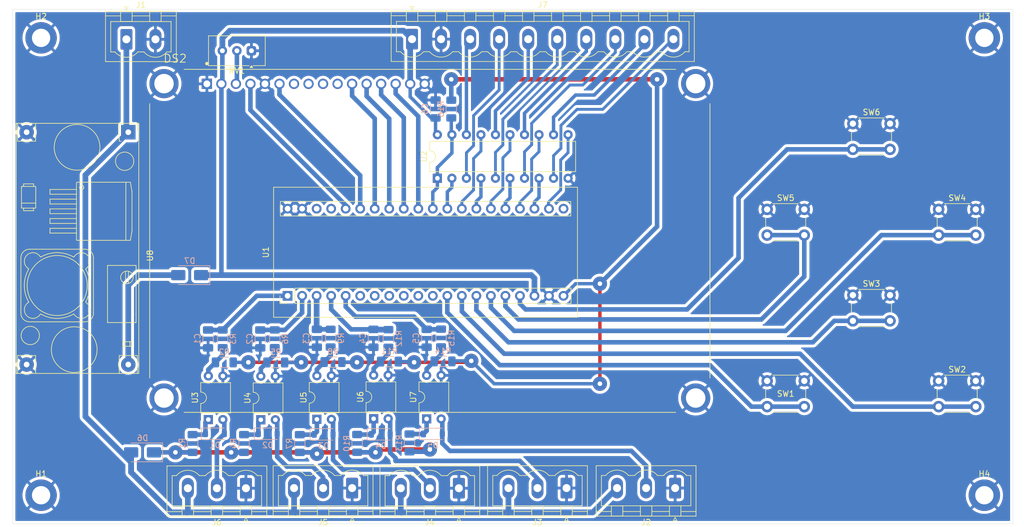
<source format=kicad_pcb>
(kicad_pcb (version 20240108) (generator "pcbnew") (generator_version "8.0")
  (layers (0 "F.Cu" signal) (31 "B.Cu" signal) (34 "B.Paste" user) (35 "F.Paste" user) (36 "B.SilkS" user "B.Silkscreen") (37 "F.SilkS" user "F.Silkscreen") (38 "B.Mask" user) (39 "F.Mask" user) (44 "Edge.Cuts" user))
  (net 0 "")
  (net 1 "GND")
  (net 2 "Net-(D1-A)")
  (net 3 "Net-(D1-K)")
  (net 4 "Net-(D2-A)")
  (net 5 "Net-(D2-K)")
  (net 6 "Net-(D3-K)")
  (net 7 "Net-(D3-A)")
  (net 8 "Net-(D4-A)")
  (net 9 "Net-(D4-K)")
  (net 10 "Net-(D5-K)")
  (net 11 "Net-(D5-A)")
  (net 12 "Net-(R2-Pad2)")
  (net 13 "Net-(R5-Pad2)")
  (net 14 "Net-(R8-Pad2)")
  (net 15 "Net-(R11-Pad2)")
  (net 16 "Net-(R14-Pad2)")
  (net 25 "Net-(D6-K)")
  (net 26 "in1")
  (net 27 "in2")
  (net 28 "in3")
  (net 29 "in4")
  (net 30 "in5")
  (net 31 "Net-(D6-A)")
  (net 32 "Net-(D7-A)")
  (net 33 "+5V")
  (net 34 "+3.3V")
  (net 35 "b1")
  (net 36 "b2")
  (net 37 "b3")
  (net 38 "b4")
  (net 39 "b5")
  (net 40 "b6")
  (net 41 "lcd7")
  (net 43 "lcdRS")
  (net 44 "Net-(DS2-V0)")
  (net 45 "lcd5")
  (net 46 "lcdE")
  (net 47 "lcd6")
  (net 50 "lcd4")
  (net 52 "OE_out")
  (net 53 "d2")
  (net 54 "d0")
  (net 55 "d6")
  (net 56 "d4")
  (net 57 "d1")
  (net 58 "d5")
  (net 59 "d7")
  (net 60 "d3")
  (net 61 "o2")
  (net 62 "o6")
  (net 63 "o0")
  (net 64 "o1")
  (net 65 "o7")
  (net 66 "o3")
  (net 67 "o4")
  (net 68 "o5")
  (net 69 "unconnected-(U1-3V3-Pad38)")
  (footprint "MountingHole:MountingHole_3.2mm_M3_ISO14580_Pad" (layer "F.Cu") (at 53.5 45)
    (property "Reference" "H2")
    (property "Value" "MountingHole_Pad")
  )
  (footprint "lcd20x4:LCD_LCD-20X4B" (layer "F.Cu") (at 121.5 80.5)
    (property "Reference" "DS2")
    (property "Value" "LCD-20X4B" (hide yes))
  )
  (footprint "Connector_Phoenix_MSTB:PhoenixContact_MSTBVA_2,5_10-G-5,08_1x10_P5.08mm_Vertical" (layer "F.Cu") (at 118.39 45.2225)
    (property "Reference" "J7")
    (property "Value" "Screw_Terminal_01x10")
  )
  (footprint "MountingHole:MountingHole_3.2mm_M3_ISO14580_Pad" (layer "F.Cu") (at 218.5 45)
    (property "Reference" "H3")
    (property "Value" "MountingHole_Pad")
  )
  (footprint "bluepill:YAAJ_BluePill_2" (layer "F.Cu") (at 96.62 90.12 90)
    (property "Reference" "U1")
    (property "Value" "YAAJ_BluePill_Part_Like" (hide yes))
  )
  (footprint "Package_DIP:DIP-4_W7.62mm" (layer "F.Cu") (at 101.741089 111.725504 90)
    (property "Reference" "U5")
    (property "Value" "PC817")
  )
  (footprint "MountingHole:MountingHole_3.2mm_M3_ISO14580_Pad" (layer "F.Cu") (at 53.5 125)
    (property "Reference" "H1")
    (property "Value" "MountingHole_Pad")
  )
  (footprint "Connector_Phoenix_MSTB:PhoenixContact_MSTBVA_2,5_3-G-5,08_1x03_P5.08mm_Vertical" (layer "F.Cu") (at 145.41 123.75 180)
    (property "Reference" "J3")
    (property "Value" "Screw_Terminal_01x03")
  )
  (footprint "MountingHole:MountingHole_3.2mm_M3_ISO14580_Pad" (layer "F.Cu") (at 218.5 125)
    (property "Reference" "H4")
    (property "Value" "MountingHole_Pad")
  )
  (footprint "Connector_Phoenix_MSTB:PhoenixContact_MSTBVA_2,5_2-G-5,08_1x02_P5.08mm_Vertical" (layer "F.Cu") (at 68.42 45.25)
    (property "Reference" "J1")
    (property "Value" "Screw_Terminal_01x02")
  )
  (footprint "Package_DIP:DIP-4_W7.62mm" (layer "F.Cu") (at 91.93678 111.8 90)
    (property "Reference" "U4")
    (property "Value" "PC817")
  )
  (footprint "Package_DIP:DIP-4_W7.62mm" (layer "F.Cu") (at 111.67178 111.62 90)
    (property "Reference" "U6")
    (property "Value" "PC817")
  )
  (footprint "Package_DIP:DIP-4_W7.62mm" (layer "F.Cu") (at 82.755605 111.762328 90)
    (property "Reference" "U3")
    (property "Value" "PC817")
  )
  (footprint "Connector_Phoenix_MSTB:PhoenixContact_MSTBVA_2,5_3-G-5,08_1x03_P5.08mm_Vertical" (layer "F.Cu") (at 107.91 123.75 180)
    (property "Reference" "J5")
    (property "Value" "Screw_Terminal_01x03")
  )
  (footprint "Button_Switch_THT:SW_PUSH_6mm_H5mm" (layer "F.Cu") (at 180.5 105)
    (property "Reference" "SW1")
    (property "Value" "SW_Omron_B3FS")
  )
  (footprint "Connector_Phoenix_MSTB:PhoenixContact_MSTBVA_2,5_3-G-5,08_1x03_P5.08mm_Vertical" (layer "F.Cu") (at 164.41 123.75 180)
    (property "Reference" "J2")
    (property "Value" "Screw_Terminal_01x03")
  )
  (footprint "Button_Switch_THT:SW_PUSH_6mm_H5mm" (layer "F.Cu") (at 210.5 75)
    (property "Reference" "SW4")
    (property "Value" "SW_Omron_B3FS")
  )
  (footprint "Button_Switch_THT:SW_PUSH_6mm_H5mm" (layer "F.Cu") (at 210.5 105)
    (property "Reference" "SW2")
    (property "Value" "SW_Omron_B3FS")
  )
  (footprint "Package_DIP:DIP-4_W7.62mm" (layer "F.Cu") (at 120.937793 111.652469 90)
    (property "Reference" "U7")
    (property "Value" "PC817")
  )
  (footprint "Package_DIP:CERDIP-20_W7.62mm_SideBrazed" (layer "F.Cu") (at 122.82 69.555 90)
    (property "Reference" "U2")
    (property "Value" "74HCT244")
  )
  (footprint "Potentiometer_THT:Potentiometer_Vishay_T93YA_Vertical" (layer "F.Cu") (at 90.29 47.25 180)
    (property "Reference" "RV1")
    (property "Value" "R_Potentiometer")
  )
  (footprint "YAAJ_DCDC_StepDown_LM2596:YAAJ_DCDC_StepDown_LM2596" (layer "F.Cu") (at 68.75 61.5 -90)
    (property "Reference" "U8")
    (property "Value" "YAAJ_DCDC_StepDown_LM2596")
  )
  (footprint "Connector_Phoenix_MSTB:PhoenixContact_MSTBVA_2,5_3-G-5,08_1x03_P5.08mm_Vertical" (layer "F.Cu") (at 126.58 123.7775 180)
    (property "Reference" "J4")
    (property "Value" "Screw_Terminal_01x03")
  )
  (footprint "Button_Switch_THT:SW_PUSH_6mm_H5mm" (layer "F.Cu") (at 195.5 60)
    (property "Reference" "SW6")
    (property "Value" "SW_Omron_B3FS")
  )
  (footprint "Button_Switch_THT:SW_PUSH_6mm_H5mm" (layer "F.Cu") (at 195.5 90)
    (property "Reference" "SW3")
    (property "Value" "SW_Omron_B3FS")
  )
  (footprint "Connector_Phoenix_MSTB:PhoenixContact_MSTBVA_2,5_3-G-5,08_1x03_P5.08mm_Vertical" (layer "F.Cu") (at 89.33 123.7775 180)
    (property "Reference" "J6")
    (property "Value" "Screw_Terminal_01x03")
  )
  (footprint "Button_Switch_THT:SW_PUSH_6mm_H5mm" (layer "F.Cu") (at 180.5 75)
    (property "Reference" "SW5")
    (property "Value" "SW_Omron_B3FS")
  )
  (footprint "Diode_SMD:D_SOD-123" (layer "B.Cu") (at 93.15 114.25)
    (property "Reference" "D2")
    (property "Value" "1N4148W" (hide yes))
  )
  (footprint "Resistor_SMD:R_1206_3216Metric_Pad1.30x1.75mm_HandSolder" (layer "B.Cu") (at 108.785083 115.931477 -90)
    (property "Reference" "R10")
    (property "Value" "R" (hide yes))
  )
  (footprint "Resistor_SMD:R_1206_3216Metric_Pad1.30x1.75mm_HandSolder" (layer "B.Cu") (at 123.808134 101.588032 180)
    (property "Reference" "R14")
    (property "Value" "R" (hide yes))
  )
  (footprint "Resistor_SMD:R_1206_3216Metric_Pad1.30x1.75mm_HandSolder" (layer "B.Cu") (at 89 115.95 -90)
    (property "Reference" "R4")
    (property "Value" "R" (hide yes))
  )
  (footprint "Resistor_SMD:R_1206_3216Metric_Pad1.30x1.75mm_HandSolder" (layer "B.Cu") (at 94.372962 97.635244 90)
    (property "Reference" "R6")
    (property "Value" "R" (hide yes))
  )
  (footprint "Capacitor_SMD:C_1206_3216Metric_Pad1.33x1.80mm_HandSolder" (layer "B.Cu") (at 122.5 57.4375 -90)
    (property "Reference" "C6")
    (property "Value" "C")
  )
  (footprint "Capacitor_SMD:C_1206_3216Metric_Pad1.33x1.80mm_HandSolder" (layer "B.Cu") (at 111.637024 97.550719 -90)
    (property "Reference" "C4")
    (property "Value" "C" (hide yes))
  )
  (footprint "Capacitor_SMD:C_1206_3216Metric_Pad1.33x1.80mm_HandSolder" (layer "B.Cu") (at 91.841972 97.657216 -90)
    (property "Reference" "C2")
    (property "Value" "C" (hide yes))
  )
  (footprint "Diode_SMD:D_SOD-123" (layer "B.Cu") (at 83.9 114.25)
    (property "Reference" "D1")
    (property "Value" "1N4148W" (hide yes))
  )
  (footprint "Resistor_SMD:R_1206_3216Metric_Pad1.30x1.75mm_HandSolder" (layer "B.Cu") (at 104.149368 97.529477 90)
    (property "Reference" "R9")
    (property "Value" "R" (hide yes))
  )
  (footprint "Resistor_SMD:R_1206_3216Metric_Pad1.30x1.75mm_HandSolder" (layer "B.Cu") (at 85.265539 97.644716 90)
    (property "Reference" "R3")
    (property "Value" "R" (hide yes))
  )
  (footprint "Resistor_SMD:R_1206_3216Metric_Pad1.30x1.75mm_HandSolder" (layer "B.Cu") (at 117.940423 115.843746 -90)
    (property "Reference" "R13")
    (property "Value" "R" (hide yes))
  )
  (footprint "Diode_SMD:D_SOD-123" (layer "B.Cu") (at 102.921293 114.356745)
    (property "Reference" "D3")
    (property "Value" "1N4148W" (hide yes))
  )
  (footprint "Diode_SMD:D_SMA" (layer "B.Cu") (at 71.25 117.5 180)
    (property "Reference" "D6")
    (property "Value" "SS14" (hide yes))
  )
  (footprint "Resistor_SMD:R_1206_3216Metric_Pad1.30x1.75mm_HandSolder" (layer "B.Cu") (at 85.553986 101.763029 180)
    (property "Reference" "R2")
    (property "Value" "R" (hide yes))
  )
  (footprint "Capacitor_SMD:C_1206_3216Metric_Pad1.33x1.80mm_HandSolder" (layer "B.Cu") (at 101.736994 97.540488 -90)
    (property "Reference" "C3")
    (property "Value" "C" (hide yes))
  )
  (footprint "Resistor_SMD:R_1206_3216Metric_Pad1.30x1.75mm_HandSolder" (layer "B.Cu") (at 104.55898 101.708454 180)
    (property "Reference" "R8")
    (property "Value" "R" (hide yes))
  )
  (footprint "Resistor_SMD:R_1206_3216Metric_Pad1.30x1.75mm_HandSolder" (layer "B.Cu") (at 80 115.95 -90)
    (property "Reference" "R1")
    (property "Value" "R" (hide yes))
  )
  (footprint "Resistor_SMD:R_1206_3216Metric_Pad1.30x1.75mm_HandSolder" (layer "B.Cu") (at 98.750087 115.957208 -90)
    (property "Reference" "R7")
    (property "Value" "R" (hide yes))
  )
  (footprint "Diode_SMD:D_SOD-123" (layer "B.Cu") (at 112.910534 114.352605)
    (property "Reference" "D4")
    (property "Value" "1N4148W" (hide yes))
  )
  (footprint "Resistor_SMD:R_1206_3216Metric_Pad1.30x1.75mm_HandSolder" (layer "B.Cu") (at 94.549506 101.780603 180)
    (property "Reference" "R5")
    (property "Value" "R" (hide yes))
  )
  (footprint "Diode_SMD:D_SMA" (layer "B.Cu") (at 79.5 86.5 180)
    (property "Reference" "D7")
    (property "Value" "SS14" (hide yes))
  )
  (footprint "Capacitor_SMD:C_1206_3216Metric_Pad1.33x1.80mm_HandSolder" (layer "B.Cu") (at 82.709255 97.657216 -90)
    (property "Reference" "C1")
    (property "Value" "C" (hide yes))
  )
  (footprint "Diode_SMD:D_SOD-123" (layer "B.Cu") (at 122.034845 114.280324)
    (property "Reference" "D5")
    (property "Value" "1N4148W" (hide yes))
  )
  (footprint "Resistor_SMD:R_1206_3216Metric_Pad1.30x1.75mm_HandSolder" (layer "B.Cu") (at 123.46178 97.5 90)
    (property "Reference" "R15")
    (property "Value" "R" (hide yes))
  )
  (footprint "Resistor_SMD:R_1206_3216Metric_Pad1.30x1.75mm_HandSolder" (layer "B.Cu") (at 114.25 97.585378 90)
    (property "Reference" "R12")
    (property "Value" "R" (hide yes))
  )
  (footprint "Resistor_SMD:R_1206_3216Metric_Pad1.30x1.75mm_HandSolder" (layer "B.Cu") (at 125.25 57.45 -90)
    (property "Reference" "R16")
    (property "Value" "R")
  )
  (footprint "Resistor_SMD:R_1206_3216Metric_Pad1.30x1.75mm_HandSolder" (layer "B.Cu") (at 114.439034 101.623394 180)
    (property "Reference" "R11")
    (property "Value" "R" (hide yes))
  )
  (footprint "Capacitor_SMD:C_1206_3216Metric_Pad1.33x1.80mm_HandSolder" (layer "B.Cu") (at 120.942738 97.540804 -90)
    (property "Reference" "C5")
    (property "Value" "C" (hide yes))
  )
  (gr_line (start 48.5 130) (end 223.5 130) (stroke (width 0.05)) (layer "Edge.Cuts"))
  (gr_line (start 223.5 40) (end 223.5 130) (stroke (width 0.05)) (layer "Edge.Cuts"))
  (gr_line (start 48.5 130) (end 48.5 40) (stroke (width 0.05)) (layer "Edge.Cuts"))
  (gr_line (start 48.5 40) (end 223.5 40) (stroke (width 0.05)) (layer "Edge.Cuts"))
  (segment (start 84.25 115.55) (end 85.55 114.25) (width 0.8) (layer "B.Cu") (net 2))
  (segment (start 85.295605 111.762328) (end 85.55 112.016723) (width 0.8) (layer "B.Cu") (net 2))
  (segment (start 85.55 112.016723) (end 85.55 114.25) (width 0.8) (layer "B.Cu") (net 2))
  (segment (start 84.25 123.7775) (end 84.25 115.55) (width 0.8) (layer "B.Cu") (net 2))
  (segment (start 80 114.4) (end 82.1 114.4) (width 0.8) (layer "B.Cu") (net 3))
  (segment (start 82.25 112.267933) (end 82.25 114.25) (width 0.8) (layer "B.Cu") (net 3))
  (segment (start 82.755605 111.762328) (end 82.25 112.267933) (width 0.8) (layer "B.Cu") (net 3))
  (segment (start 82.1 114.4) (end 82.25 114.25) (width 0.8) (layer "B.Cu") (net 3))
  (segment (start 94.8 112.12322) (end 94.8 114.25) (width 0.8) (layer "B.Cu") (net 4))
  (segment (start 94.8 118.3) (end 96.5 120) (width 0.8) (layer "B.Cu") (net 4))
  (segment (start 101 120) (end 102.83 121.83) (width 0.8) (layer "B.Cu") (net 4))
  (segment (start 94.47678 111.8) (end 94.8 112.12322) (width 0.8) (layer "B.Cu") (net 4))
  (segment (start 96.5 120) (end 101 120) (width 0.8) (layer "B.Cu") (net 4))
  (segment (start 102.83 121.83) (end 102.83 123.75) (width 0.8) (layer "B.Cu") (net 4))
  (segment (start 94.8 114.25) (end 94.8 118.3) (width 0.8) (layer "B.Cu") (net 4))
  (segment (start 91.35 114.4) (end 91.5 114.25) (width 0.8) (layer "B.Cu") (net 5))
  (segment (start 89 114.4) (end 91.35 114.4) (width 0.8) (layer "B.Cu") (net 5))
  (segment (start 91.93678 111.8) (end 91.5 112.23678) (width 0.8) (layer "B.Cu") (net 5))
  (segment (start 91.5 112.23678) (end 91.5 114.25) (width 0.8) (layer "B.Cu") (net 5))
  (segment (start 101.22083 114.407208) (end 101.271293 114.356745) (width 0.8) (layer "B.Cu") (net 6))
  (segment (start 101.741089 113.886949) (end 101.271293 114.356745) (width 0.8) (layer "B.Cu") (net 6))
  (segment (start 98.750087 114.407208) (end 101.22083 114.407208) (width 0.8) (layer "B.Cu") (net 6))
  (segment (start 101.741089 111.725504) (end 101.741089 113.886949) (width 0.8) (layer "B.Cu") (net 6))
  (segment (start 106.25 120.5) (end 104.571293 118.821293) (width 0.8) (layer "B.Cu") (net 7))
  (segment (start 104.571293 118.821293) (end 104.571293 114.356745) (width 0.8) (layer "B.Cu") (net 7))
  (segment (start 104.571293 112.015708) (end 104.571293 114.356745) (width 0.8) (layer "B.Cu") (net 7))
  (segment (start 118.75 120.5) (end 106.25 120.5) (width 0.8) (layer "B.Cu") (net 7))
  (segment (start 104.281089 111.725504) (end 104.571293 112.015708) (width 0.8) (layer "B.Cu") (net 7))
  (segment (start 121.5 123.25) (end 118.75 120.5) (width 0.8) (layer "B.Cu") (net 7))
  (segment (start 121.5 123.7775) (end 121.5 123.25) (width 0.8) (layer "B.Cu") (net 7))
  (segment (start 114.560534 117.560534) (end 114.560534 114.352605) (width 0.8) (layer "B.Cu") (net 8))
  (segment (start 140.33 122.08) (end 137.25 119) (width 0.8) (layer "B.Cu") (net 8))
  (segment (start 114.21178 111.62) (end 114.560534 111.968754) (width 0.8) (layer "B.Cu") (net 8))
  (segment (start 114.560534 111.968754) (end 114.560534 114.352605) (width 0.8) (layer "B.Cu") (net 8))
  (segment (start 137.25 119) (end 115.5 119) (width 0.8) (layer "B.Cu") (net 8))
  (segment (start 115.5 118.5) (end 114.560534 117.560534) (width 0.8) (layer "B.Cu") (net 8))
  (segment (start 115.5 119) (end 115.5 118.5) (width 0.8) (layer "B.Cu") (net 8))
  (segment (start 140.33 123.75) (end 140.33 122.08) (width 0.8) (layer "B.Cu") (net 8))
  (segment (start 111.67178 111.62) (end 111.67178 113.941359) (width 0.8) (layer "B.Cu") (net 9))
  (segment (start 111.231662 114.381477) (end 111.260534 114.352605) (width 0.8) (layer "B.Cu") (net 9))
  (segment (start 108.785083 114.381477) (end 111.231662 114.381477) (width 0.8) (layer "B.Cu") (net 9))
  (segment (start 111.67178 113.941359) (end 111.260534 114.352605) (width 0.8) (layer "B.Cu") (net 9))
  (segment (start 120.937793 113.727376) (end 120.384845 114.280324) (width 0.8) (layer "B.Cu") (net 10))
  (segment (start 120.937793 111.652469) (end 120.937793 113.727376) (width 0.8) (layer "B.Cu") (net 10))
  (segment (start 120.371423 114.293746) (end 120.384845 114.280324) (width 0.8) (layer "B.Cu") (net 10))
  (segment (start 117.940423 114.293746) (end 120.371423 114.293746) (width 0.8) (layer "B.Cu") (net 10))
  (segment (start 156.75 117.25) (end 125 117.25) (width 0.8) (layer "B.Cu") (net 11))
  (segment (start 125 117.25) (end 123.684845 115.934845) (width 0.8) (layer "B.Cu") (net 11))
  (segment (start 123.684845 111.859521) (end 123.684845 114.280324) (width 0.8) (layer "B.Cu") (net 11))
  (segment (start 159.33 123.75) (end 159.33 119.83) (width 0.8) (layer "B.Cu") (net 11))
  (segment (start 123.684845 115.934845) (end 123.684845 114.280324) (width 0.8) (layer "B.Cu") (net 11))
  (segment (start 159.33 119.83) (end 156.75 117.25) (width 0.8) (layer "B.Cu") (net 11))
  (segment (start 123.477793 111.652469) (end 123.684845 111.859521) (width 0.8) (layer "B.Cu") (net 11))
  (segment (start 82.755605 103.01141) (end 84.003986 101.763029) (width 0.8) (layer "B.Cu") (net 12))
  (segment (start 85.265539 100.501476) (end 84.003986 101.763029) (width 0.8) (layer "B.Cu") (net 12))
  (segment (start 85.265539 99.194716) (end 85.265539 100.501476) (width 0.8) (layer "B.Cu") (net 12))
  (segment (start 82.755605 104.142328) (end 82.755605 103.01141) (width 0.8) (layer "B.Cu") (net 12))
  (segment (start 91.93678 102.843329) (end 92.999506 101.780603) (width 0.8) (layer "B.Cu") (net 13))
  (segment (start 94.372962 100.407147) (end 92.999506 101.780603) (width 0.8) (layer "B.Cu") (net 13))
  (segment (start 94.372962 99.185244) (end 94.372962 100.407147) (width 0.8) (layer "B.Cu") (net 13))
  (segment (start 91.93678 104.18) (end 91.93678 102.843329) (width 0.8) (layer "B.Cu") (net 13))
  (segment (start 104.149368 99.079477) (end 104.149368 100.568066) (width 0.8) (layer "B.Cu") (net 14))
  (segment (start 101.741089 104.105504) (end 101.741089 102.976345) (width 0.8) (layer "B.Cu") (net 14))
  (segment (start 101.741089 102.976345) (end 103.00898 101.708454) (width 0.8) (layer "B.Cu") (net 14))
  (segment (start 104.149368 100.568066) (end 103.00898 101.708454) (width 0.8) (layer "B.Cu") (net 14))
  (segment (start 114.25 100.262428) (end 112.889034 101.623394) (width 0.8) (layer "B.Cu") (net 15))
  (segment (start 111.67178 102.840648) (end 112.889034 101.623394) (width 0.8) (layer "B.Cu") (net 15))
  (segment (start 111.67178 104) (end 111.67178 102.840648) (width 0.8) (layer "B.Cu") (net 15))
  (segment (start 114.25 99.135378) (end 114.25 100.262428) (width 0.8) (layer "B.Cu") (net 15))
  (segment (start 120.937793 102.908373) (end 122.258134 101.588032) (width 0.8) (layer "B.Cu") (net 16))
  (segment (start 120.937793 104.032469) (end 120.937793 102.908373) (width 0.8) (layer "B.Cu") (net 16))
  (segment (start 123.46178 100.384386) (end 122.258134 101.588032) (width 0.8) (layer "B.Cu") (net 16))
  (segment (start 123.46178 99.05) (end 123.46178 100.384386) (width 0.8) (layer "B.Cu") (net 16))
  (segment (start 101.5 117.5) (end 86.75 117.5) (width 0.8) (layer "F.Cu") (net 25))
  (segment (start 101.75 117.75) (end 101.5 117.5) (width 0.8) (layer "F.Cu") (net 25))
  (segment (start 112.5 117) (end 112 117.5) (width 0.8) (layer "F.Cu") (net 25))
  (segment (start 112 117.5) (end 102 117.5) (width 0.8) (layer "F.Cu") (net 25))
  (segment (start 121.5 117) (end 112.5 117) (width 0.8) (layer "F.Cu") (net 25))
  (segment (start 86.75 117.5) (end 77 117.5) (width 0.8) (layer "F.Cu") (net 25))
  (segment (start 102 117.5) (end 101.75 117.75) (width 0.8) (layer "F.Cu") (net 25))
  (via (at 77 117.5) (size 2.5) (drill 0.8) (layers "F.Cu" "B.Cu") (net 25))
  (via (at 112 117.5) (size 2.5) (drill 0.8) (layers "F.Cu" "B.Cu") (net 25))
  (via (at 101.75 117.75) (size 2.5) (drill 0.8) (layers "F.Cu" "B.Cu") (net 25))
  (via (at 86.75 117.5) (size 2.5) (drill 0.8) (layers "F.Cu" "B.Cu") (net 25))
  (via (at 121.5 117) (size 2.5) (drill 0.8) (layers "F.Cu" "B.Cu") (net 25))
  (segment (start 108.785083 117.481477) (end 111.981477 117.481477) (width 0.8) (layer "B.Cu") (net 25))
  (segment (start 101.507208 117.507208) (end 101.75 117.75) (width 0.8) (layer "B.Cu") (net 25))
  (segment (start 89 117.5) (end 86.75 117.5) (width 0.8) (layer "B.Cu") (net 25))
  (segment (start 98.750087 117.507208) (end 101.507208 117.507208) (width 0.8) (layer "B.Cu") (net 25))
  (segment (start 111.981477 117.481477) (end 112 117.5) (width 0.8) (layer "B.Cu") (net 25))
  (segment (start 121.106254 117.393746) (end 121.5 117) (width 0.8) (layer "B.Cu") (net 25))
  (segment (start 77 117.5) (end 80 117.5) (width 0.8) (layer "B.Cu") (net 25))
  (segment (start 73.25 117.5) (end 77 117.5) (width 0.8) (layer "B.Cu") (net 25))
  (segment (start 117.940423 117.393746) (end 121.106254 117.393746) (width 0.8) (layer "B.Cu") (net 25))
  (segment (start 96.62 90.12) (end 91.240255 90.12) (width 0.8) (layer "B.Cu") (net 26))
  (segment (start 91.240255 90.12) (end 85.265539 96.094716) (width 0.8) (layer "B.Cu") (net 26))
  (segment (start 85.265539 96.094716) (end 82.709255 96.094716) (width 0.8) (layer "B.Cu") (net 26))
  (segment (start 91.851444 96.085244) (end 91.841972 96.094716) (width 0.8) (layer "B.Cu") (net 27))
  (segment (start 94.372962 96.085244) (end 91.851444 96.085244) (width 0.8) (layer "B.Cu") (net 27))
  (segment (start 96.164756 96.085244) (end 94.372962 96.085244) (width 0.8) (layer "B.Cu") (net 27))
  (segment (start 94.372962 96.004005) (end 94.372962 96.085244) (width 1) (layer "B.Cu") (net 27))
  (segment (start 99.16 90.12) (end 99.16 93.09) (width 0.8) (layer "B.Cu") (net 27))
  (segment (start 99.16 93.09) (end 96.164756 96.085244) (width 0.8) (layer "B.Cu") (net 27))
  (segment (start 101.7 90.12) (end 101.937588 90.357588) (width 1) (layer "B.Cu") (net 28))
  (segment (start 104.149368 95.979477) (end 101.738483 95.979477) (width 0.8) (layer "B.Cu") (net 28))
  (segment (start 101.7 90.12) (end 101.7 95.940994) (width 1) (layer "B.Cu") (net 28))
  (segment (start 101.7 95.940994) (end 101.736994 95.977988) (width 1) (layer "B.Cu") (net 28))
  (segment (start 101.738483 95.979477) (end 101.736994 95.977988) (width 0.8) (layer "B.Cu") (net 28))
  (segment (start 114.25 96.035378) (end 111.684183 96.035378) (width 1) (layer "B.Cu") (net 29))
  (segment (start 107.738219 95.988219) (end 111.637024 95.988219) (width 0.8) (layer "B.Cu") (net 29))
  (segment (start 104.24 90.12) (end 104.24 92.49) (width 0.8) (layer "B.Cu") (net 29))
  (segment (start 111.684183 96.035378) (end 111.637024 95.988219) (width 1) (layer "B.Cu") (net 29))
  (segment (start 104.24 92.49) (end 107.738219 95.988219) (width 0.8) (layer "B.Cu") (net 29))
  (segment (start 114.202841 95.988219) (end 114.25 96.035378) (width 1) (layer "B.Cu") (net 29))
  (segment (start 106.78 90.12) (end 106.78 92.03) (width 0.8) (layer "B.Cu") (net 30))
  (segment (start 120.942738 95.978304) (end 123.433476 95.978304) (width 0.8) (layer "B.Cu") (net 30))
  (segment (start 123.433476 95.978304) (end 123.46178 95.95) (width 0.8) (layer "B.Cu") (net 30))
  (segment (start 106.78 92.03) (end 108.5 93.75) (width 0.8) (layer "B.Cu") (net 30))
  (segment (start 108.5 93.75) (end 118.714434 93.75) (width 0.8) (layer "B.Cu") (net 30))
  (segment (start 118.714434 93.75) (end 120.942738 95.978304) (width 0.8) (layer "B.Cu") (net 30))
  (segment (start 69.25 121) (end 76.25 128) (width 1) (layer "B.Cu") (net 31))
  (segment (start 79.17 127.83) (end 79 128) (width 1) (layer "B.Cu") (net 31))
  (segment (start 76.25 128) (end 79 128) (width 1) (layer "B.Cu") (net 31))
  (segment (start 116.5 128) (end 135.25 128) (width 1) (layer "B.Cu") (net 31))
  (segment (start 135.25 128) (end 150 128) (width 1) (layer "B.Cu") (net 31))
  (segment (start 61.25 69) (end 61.25 111.25) (width 1) (layer "B.Cu") (net 31))
  (segment (start 69.25 119.25) (end 69.25 121) (width 1) (layer "B.Cu") (net 31))
  (segment (start 68.42 61.17) (end 68.75 61.5) (width 1) (layer "B.Cu") (net 31))
  (segment (start 97.75 123.75) (end 97.75 127.75) (width 1) (layer "B.Cu") (net 31))
  (segment (start 68.42 45.25) (end 68.42 61.17) (width 1) (layer "B.Cu") (net 31))
  (segment (start 98 128) (end 116.5 128) (width 1) (layer "B.Cu") (net 31))
  (segment (start 79 128) (end 98 128) (width 1) (layer "B.Cu") (net 31))
  (segment (start 61.25 111.25) (end 69.25 119.25) (width 1) (layer "B.Cu") (net 31))
  (segment (start 150 128) (end 154.25 123.75) (width 1) (layer "B.Cu") (net 31))
  (segment (start 79.17 123.7775) (end 79.17 127.83) (width 1) (layer "B.Cu") (net 31))
  (segment (start 97.75 127.75) (end 98 128) (width 1) (layer "B.Cu") (net 31))
  (segment (start 69.25 117.5) (end 69.25 121) (width 1) (layer "B.Cu") (net 31))
  (segment (start 116.42 127.92) (end 116.5 128) (width 1) (layer "B.Cu") (net 31))
  (segment (start 116.42 123.7775) (end 116.42 127.92) (width 1) (layer "B.Cu") (net 31))
  (segment (start 135.25 123.75) (end 135.25 128) (width 1) (layer "B.Cu") (net 31))
  (segment (start 68.75 61.5) (end 61.25 69) (width 1) (layer "B.Cu") (net 31))
  (segment (start 70.5 86.5) (end 77.5 86.5) (width 1) (layer "B.Cu") (net 32))
  (segment (start 68.75 88.25) (end 70.5 86.5) (width 1) (layer "B.Cu") (net 32))
  (segment (start 68.75 102.14) (end 68.75 88.25) (width 1) (layer "B.Cu") (net 32))
  (segment (start 122.5 61.615) (end 122.82 61.935) (width 0.6) (layer "B.Cu") (net 33))
  (segment (start 139.8 87.05) (end 139.8 90.12) (width 1) (layer "B.Cu") (net 33))
  (segment (start 85 86.5) (end 139.25 86.5) (width 1) (layer "B.Cu") (net 33))
  (segment (start 85.21 52.87) (end 85.04 53.04) (width 0.8) (layer "B.Cu") (net 33))
  (segment (start 121.75 59) (end 118.06 55.31) (width 0.6) (layer "B.Cu") (net 33))
  (segment (start 85.21 47.25) (end 85.21 52.87) (width 0.8) (layer "B.Cu") (net 33))
  (segment (start 85.04 53.04) (end 85.04 86.46) (width 0.8) (layer "B.Cu") (net 33))
  (segment (start 118.06 45.5525) (end 118.39 45.2225) (width 1) (layer "B.Cu") (net 33))
  (segment (start 118.06 53.04) (end 118.06 45.5525) (width 1) (layer "B.Cu") (net 33))
  (segment (start 81.5 86.5) (end 85 86.5) (width 1) (layer "B.Cu") (net 33))
  (segment (start 85.21 45.04) (end 85.21 47.25) (width 1) (layer "B.Cu") (net 33))
  (segment (start 118.06 55.31) (end 118.06 53.04) (width 0.6) (layer "B.Cu") (net 33))
  (segment (start 122.5 59) (end 121.75 59) (width 0.6) (layer "B.Cu") (net 33))
  (segment (start 118.39 45.2225) (end 116.9175 43.75) (width 1) (layer "B.Cu") (net 33))
  (segment (start 122.5 59) (end 122.5 61.615) (width 0.6) (layer "B.Cu") (net 33))
  (segment (start 86.5 43.75) (end 85.21 45.04) (width 1) (layer "B.Cu") (net 33))
  (segment (start 139.25 86.5) (end 139.8 87.05) (width 1) (layer "B.Cu") (net 33))
  (segment (start 116.9175 43.75) (end 86.5 43.75) (width 1) (layer "B.Cu") (net 33))
  (segment (start 85.04 86.46) (end 85 86.5) (width 0.8) (layer "B.Cu") (net 33))
  (segment (start 125.25 52.25) (end 161.25 52.25) (width 0.8) (layer "F.Cu") (net 34))
  (segment (start 151.25 88) (end 151.25 105.5) (width 0.6) (layer "F.Cu") (net 34))
  (segment (start 108.75 101.75) (end 118.75 101.75) (width 0.6) (layer "F.Cu") (net 34))
  (segment (start 128.5 101.75) (end 128.75 101.5) (width 0.6) (layer "F.Cu") (net 34))
  (segment (start 99 101.75) (end 108.75 101.75) (width 0.6) (layer "F.Cu") (net 34))
  (segment (start 118.75 101.75) (end 128.5 101.75) (width 0.6) (layer "F.Cu") (net 34))
  (segment (start 89.75 101.75) (end 99 101.75) (width 0.6) (layer "F.Cu") (net 34))
  (via (at 118.75 101.75) (size 2.5) (drill 0.8) (layers "F.Cu" "B.Cu") (net 34))
  (via (at 151.25 88) (size 2.5) (drill 0.8) (layers "F.Cu" "B.Cu") (net 34))
  (via (at 125.25 52.25) (size 2.5) (drill 0.8) (layers "F.Cu" "B.Cu") (net 34))
  (via (at 108.75 101.75) (size 2.5) (drill 0.8) (layers "F.Cu" "B.Cu") (net 34))
  (via (at 89.75 101.75) (size 2.5) (drill 0.8) (layers "F.Cu" "B.Cu") (net 34))
  (via (at 99 101.75) (size 2.5) (drill 0.8) (layers "F.Cu" "B.Cu") (net 34))
  (via (at 128.75 101.5) (size 2.5) (drill 0.8) (layers "F.Cu" "B.Cu") (net 34))
  (via (at 161.25 52.25) (size 2.5) (drill 0.8) (layers "F.Cu" "B.Cu") (net 34))
  (via (at 151.25 105.5) (size 2.5) (drill 0.8) (layers "F.Cu" "B.Cu") (net 34))
  (segment (start 147 88) (end 150.5 88) (width 0.6) (layer "B.Cu") (net 34))
  (segment (start 161.25 52.25) (end 161.25 78) (width 0.8) (layer "B.Cu") (net 34))
  (segment (start 108.708454 101.708454) (end 108.75 101.75) (width 0.6) (layer "B.Cu") (net 34))
  (segment (start 144.88 90.12) (end 147 88) (width 0.6) (layer "B.Cu") (net 34))
  (segment (start 87.103986 101.763029) (end 89.736971 101.763029) (width 0.6) (layer "B.Cu") (net 34))
  (segment (start 115.989034 101.623394) (end 118.623394 101.623394) (width 0.6) (layer "B.Cu") (net 34))
  (segment (start 125.25 55.9) (end 125.25 52.25) (width 0.8) (layer "B.Cu") (net 34))
  (segment (start 128.75 101.5) (end 125.446166 101.5) (width 0.6) (layer "B.Cu") (net 34))
  (segment (start 98.969397 101.780603) (end 99 101.75) (width 0.6) (layer "B.Cu") (net 34))
  (segment (start 89.736971 101.763029) (end 89.75 101.75) (width 0.6) (layer "B.Cu") (net 34))
  (segment (start 132.75 105.5) (end 128.75 101.5) (width 0.6) (layer "B.Cu") (net 34))
  (segment (start 161.25 78) (end 151.25 88) (width 0.8) (layer "B.Cu") (net 34))
  (segment (start 151.25 105.5) (end 132.75 105.5) (width 0.6) (layer "B.Cu") (net 34))
  (segment (start 118.623394 101.623394) (end 118.75 101.75) (width 0.6) (layer "B.Cu") (net 34))
  (segment (start 96.099506 101.780603) (end 98.969397 101.780603) (width 0.6) (layer "B.Cu") (net 34))
  (segment (start 106.10898 101.708454) (end 108.708454 101.708454) (width 0.6) (layer "B.Cu") (net 34))
  (segment (start 150.5 88) (end 151.25 88) (width 0.6) (layer "B.Cu") (net 34))
  (segment (start 125.446166 101.5) (end 125.358134 101.588032) (width 0.6) (layer "B.Cu") (net 34))
  (segment (start 124.56 93.06) (end 133.75 102.25) (width 0.8) (layer "B.Cu") (net 35))
  (segment (start 170.5 102.25) (end 177.75 109.5) (width 0.8) (layer "B.Cu") (net 35))
  (segment (start 124.56 90.12) (end 124.56 93.06) (width 0.8) (layer "B.Cu") (net 35))
  (segment (start 177.75 109.5) (end 180.5 109.5) (width 0.8) (layer "B.Cu") (net 35))
  (segment (start 133.75 102.25) (end 170.5 102.25) (width 0.8) (layer "B.Cu") (net 35))
  (segment (start 180.5 109.5) (end 187 109.5) (width 0.8) (layer "B.Cu") (net 35))
  (segment (start 127.1 92.85) (end 134.5 100.25) (width 0.8) (layer "B.Cu") (net 36))
  (segment (start 210.5 109.5) (end 217 109.5) (width 0.8) (layer "B.Cu") (net 36))
  (segment (start 186.25 100.25) (end 195.5 109.5) (width 0.8) (layer "B.Cu") (net 36))
  (segment (start 195.5 109.5) (end 210.5 109.5) (width 0.8) (layer "B.Cu") (net 36))
  (segment (start 127.1 90.12) (end 127.1 92.85) (width 0.8) (layer "B.Cu") (net 36))
  (segment (start 134.5 100.25) (end 186.25 100.25) (width 0.8) (layer "B.Cu") (net 36))
  (segment (start 135.25 98.25) (end 188.5 98.25) (width 0.8) (layer "B.Cu") (net 37))
  (segment (start 188.5 98.25) (end 192.25 94.5) (width 0.8) (layer "B.Cu") (net 37))
  (segment (start 129.64 92.64) (end 135.25 98.25) (width 0.8) (layer "B.Cu") (net 37))
  (segment (start 129.64 90.12) (end 129.64 92.64) (width 0.8) (layer "B.Cu") (net 37))
  (segment (start 192.25 94.5) (end 195.5 94.5) (width 0.8) (layer "B.Cu") (net 37))
  (segment (start 195.5 94.5) (end 202 94.5) (width 0.8) (layer "B.Cu") (net 37))
  (segment (start 132.18 92.18) (end 136.25 96.25) (width 0.8) (layer "B.Cu") (net 38))
  (segment (start 210.5 79.5) (end 217 79.5) (width 0.8) (layer "B.Cu") (net 38))
  (segment (start 183.75 96.25) (end 200.5 79.5) (width 0.8) (layer "B.Cu") (net 38))
  (segment (start 200.5 79.5) (end 210.5 79.5) (width 0.8) (layer "B.Cu") (net 38))
  (segment (start 136.25 96.25) (end 183.75 96.25) (width 0.8) (layer "B.Cu") (net 38))
  (segment (start 132.18 90.12) (end 132.18 92.18) (width 0.8) (layer "B.Cu") (net 38))
  (segment (start 187 86.75) (end 187 79.5) (width 0.8) (layer "B.Cu") (net 39))
  (segment (start 137 94.25) (end 179.5 94.25) (width 0.8) (layer "B.Cu") (net 39))
  (segment (start 134.72 90.12) (end 134.72 91.97) (width 0.8) (layer "B.Cu") (net 39))
  (segment (start 134.72 91.97) (end 137 94.25) (width 0.8) (layer "B.Cu") (net 39))
  (segment (start 179.5 94.25) (end 187 86.75) (width 0.8) (layer "B.Cu") (net 39))
  (segment (start 187 79.5) (end 180.5 79.5) (width 0.8) (layer "B.Cu") (net 39))
  (segment (start 137.26 91.51) (end 138.25 92.5) (width 0.8) (layer "B.Cu") (net 40))
  (segment (start 138.25 92.5) (end 166.5 92.5) (width 0.8) (layer "B.Cu") (net 40))
  (segment (start 184 64.5) (end 195.5 64.5) (width 0.8) (layer "B.Cu") (net 40))
  (segment (start 166.5 92.5) (end 175.5 83.5) (width 0.8) (layer "B.Cu") (net 40))
  (segment (start 195.5 64.5) (end 202 64.5) (width 0.8) (layer "B.Cu") (net 40))
  (segment (start 137.26 90.12) (end 137.26 91.51) (width 0.8) (layer "B.Cu") (net 40))
  (segment (start 175.5 73) (end 184 64.5) (width 0.8) (layer "B.Cu") (net 40))
  (segment (start 175.5 83.5) (end 175.5 73) (width 0.8) (layer "B.Cu") (net 40))
  (segment (start 115.52 53.04) (end 115.52 54.77) (width 0.8) (layer "B.Cu") (net 41))
  (segment (start 119.48 58.73) (end 119.48 74.88) (width 0.8) (layer "B.Cu") (net 41))
  (segment (start 115.52 54.77) (end 119.48 58.73) (width 0.8) (layer "B.Cu") (net 41))
  (segment (start 106.78 74.28) (end 106.78 74.88) (width 0.8) (layer "B.Cu") (net 43))
  (segment (start 90.12 53.04) (end 90.12 57.62) (width 0.8) (layer "B.Cu") (net 43))
  (segment (start 90.12 57.62) (end 106.78 74.28) (width 0.8) (layer "B.Cu") (net 43))
  (segment (start 87.75 47.25) (end 87.75 52.87) (width 0.8) (layer "B.Cu") (net 44))
  (segment (start 87.75 52.87) (end 87.58 53.04) (width 0.8) (layer "B.Cu") (net 44))
  (segment (start 114.4 59.15) (end 114.4 74.88) (width 0.8) (layer "B.Cu") (net 45))
  (segment (start 110.44 53.04) (end 110.44 55.19) (width 0.8) (layer "B.Cu") (net 45))
  (segment (start 110.44 55.19) (end 114.4 59.15) (width 0.8) (layer "B.Cu") (net 45))
  (segment (start 109.32 69.07) (end 109.32 74.88) (width 0.8) (layer "B.Cu") (net 46))
  (segment (start 95.2 54.95) (end 109.32 69.07) (width 0.8) (layer "B.Cu") (net 46))
  (segment (start 95.2 53.04) (end 95.2 54.95) (width 0.8) (layer "B.Cu") (net 46))
  (segment (start 112.98 53.04) (end 112.98 54.98) (width 0.8) (layer "B.Cu") (net 47))
  (segment (start 112.98 54.98) (end 116.94 58.94) (width 0.8) (layer "B.Cu") (net 47))
  (segment (start 116.94 58.94) (end 116.94 74.88) (width 0.8) (layer "B.Cu") (net 47))
  (segment (start 107.9 55.15) (end 111.86 59.11) (width 0.8) (layer "B.Cu") (net 50))
  (segment (start 111.86 59.11) (end 111.86 74.88) (width 0.8) (layer "B.Cu") (net 50))
  (segment (start 107.9 53.04) (end 107.9 55.15) (width 0.8) (layer "B.Cu") (net 50))
  (segment (start 122.02 71.98) (end 122.02 74.88) (width 0.6) (layer "B.Cu") (net 52))
  (segment (start 125.36 65.14) (end 125.36 61.935) (width 0.6) (layer "B.Cu") (net 52))
  (segment (start 122.82 67.68) (end 125.36 65.14) (width 0.6) (layer "B.Cu") (net 52))
  (segment (start 122.82 69.555) (end 122.82 71.18) (width 0.6) (layer "B.Cu") (net 52))
  (segment (start 125.25 59) (end 125.25 61.825) (width 0.6) (layer "B.Cu") (net 52))
  (segment (start 122.82 69.555) (end 122.82 67.68) (width 0.6) (layer "B.Cu") (net 52))
  (segment (start 125.25 61.825) (end 125.36 61.935) (width 0.6) (layer "B.Cu") (net 52))
  (segment (start 122.82 71.18) (end 122.02 71.98) (width 0.6) (layer "B.Cu") (net 52))
  (segment (start 134.72 73.78) (end 134.72 74.88) (width 0.6) (layer "B.Cu") (net 53))
  (segment (start 135.52 72.98) (end 134.72 73.78) (width 0.6) (layer "B.Cu") (net 53))
  (segment (start 135.52 69.555) (end 135.52 72.98) (width 0.6) (layer "B.Cu") (net 53))
  (segment (start 124.56 71.94) (end 124.56 74.88) (width 0.6) (layer "B.Cu") (net 54))
  (segment (start 125.36 71.14) (end 124.56 71.94) (width 0.6) (layer "B.Cu") (net 54))
  (segment (start 125.36 69.555) (end 125.36 71.14) (width 0.6) (layer "B.Cu") (net 54))
  (segment (start 137.25 73.75) (end 139.31 71.69) (width 0.5) (layer "B.Cu") (net 55))
  (segment (start 140.6 64.9) (end 140.6 61.935) (width 0.5) (layer "B.Cu") (net 55))
  (segment (start 139.31 66.19) (end 140.6 64.9) (width 0.5) (layer "B.Cu") (net 55))
  (segment (start 137.25 74.87) (end 137.25 73.75) (width 0.5) (layer "B.Cu") (net 55))
  (segment (start 139.31 71.69) (end 139.31 66.19) (width 0.5) (layer "B.Cu") (net 55))
  (segment (start 137.26 74.88) (end 137.25 74.87) (width 0.5) (layer "B.Cu") (net 55))
  (segment (start 127.1 73.65) (end 129.15 71.6) (width 0.5) (layer "B.Cu") (net 56))
  (segment (start 129.15 66.1) (end 130.44 64.81) (width 0.5) (layer "B.Cu") (net 56))
  (segment (start 129.15 71.6) (end 129.15 66.1) (width 0.5) (layer "B.Cu") (net 56))
  (segment (start 130.44 64.81) (end 130.44 61.935) (width 0.5) (layer "B.Cu") (net 56))
  (segment (start 127.1 74.88) (end 127.1 73.65) (width 0.5) (layer "B.Cu") (net 56))
  (segment (start 129.64 73.61) (end 129.64 74.88) (width 0.6) (layer "B.Cu") (net 57))
  (segment (start 130.44 69.555) (end 130.44 72.81) (width 0.6) (layer "B.Cu") (net 57))
  (segment (start 130.44 72.81) (end 129.64 73.61) (width 0.6) (layer "B.Cu") (net 57))
  (segment (start 132.18 73.57) (end 134.27 71.48) (width 0.5) (layer "B.Cu") (net 58))
  (segment (start 134.27 65.98) (end 135.52 64.73) (width 0.5) (layer "B.Cu") (net 58))
  (segment (start 132.18 74.88) (end 132.18 73.57) (width 0.5) (layer "B.Cu") (net 58))
  (segment (start 134.27 71.48) (end 134.27 65.98) (width 0.5) (layer "B.Cu") (net 58))
  (segment (start 135.52 64.73) (end 135.52 61.935) (width 0.5) (layer "B.Cu") (net 58))
  (segment (start 142.25 74.79) (end 142.25 73.75) (width 0.5) (layer "B.Cu") (net 59))
  (segment (start 144.39 71.61) (end 144.39 66.36) (width 0.5) (layer "B.Cu") (net 59))
  (segment (start 142.34 74.88) (end 142.25 74.79) (width 0.5) (layer "B.Cu") (net 59))
  (segment (start 142.25 73.75) (end 144.39 71.61) (width 0.5) (layer "B.Cu") (net 59))
  (segment (start 145.68 65.07) (end 145.68 61.935) (width 0.5) (layer "B.Cu") (net 59))
  (segment (start 144.39 66.36) (end 145.68 65.07) (width 0.5) (layer "B.Cu") (net 59))
  (segment (start 140.6 69.555) (end 140.6 72.9) (width 0.6) (layer "B.Cu") (net 60))
  (segment (start 139.8 73.7) (end 139.8 74.88) (width 0.6) (layer "B.Cu") (net 60))
  (segment (start 140.6 72.9) (end 139.8 73.7) (width 0.6) (layer "B.Cu") (net 60))
  (segment (start 148.87 47.38) (end 148.87 45.2225) (width 0.6) (layer "B.Cu") (net 61))
  (segment (start 138.06 58.19) (end 148.87 47.38) (width 0.6) (layer "B.Cu") (net 61))
  (segment (start 138.06 61.935) (end 138.06 58.19) (width 0.6) (layer "B.Cu") (net 61))
  (segment (start 153.95 47.55) (end 153.95 45.2225) (width 0.5) (layer "B.Cu") (net 62))
  (segment (start 146 53.25) (end 148.25 53.25) (width 0.5) (layer "B.Cu") (net 62))
  (segment (start 139.31 63.69) (end 139.31 59.94) (width 0.5) (layer "B.Cu") (net 62))
  (segment (start 138.06 64.94) (end 139.31 63.69) (width 0.5) (layer "B.Cu") (net 62))
  (segment (start 148.25 53.25) (end 153.95 47.55) (width 0.5) (layer "B.Cu") (net 62))
  (segment (start 138.06 69.555) (end 138.06 64.94) (width 0.5) (layer "B.Cu") (net 62))
  (segment (start 139.31 59.94) (end 146 53.25) (width 0.5) (layer "B.Cu") (net 62))
  (segment (start 127.9 45.8725) (end 128.55 45.2225) (width 0.6) (layer "B.Cu") (net 63))
  (segment (start 127.9 61.935) (end 127.9 45.8725) (width 0.6) (layer "B.Cu") (net 63))
  (segment (start 138.71 52.04) (end 138.71 45.2225) (width 0.6) (layer "B.Cu") (net 64))
  (segment (start 132.98 57.77) (end 138.71 52.04) (width 0.6) (layer "B.Cu") (net 64))
  (segment (start 132.98 61.935) (end 132.98 57.77) (width 0.6) (layer "B.Cu") (net 64))
  (segment (start 143.14 69.555) (end 143.14 65.61) (width 0.5) (layer "B.Cu") (net 65))
  (segment (start 151.75 57.5) (end 164.0275 45.2225) (width 0.5) (layer "B.Cu") (net 65))
  (segment (start 164.0275 45.2225) (end 164.11 45.2225) (width 0.5) (layer "B.Cu") (net 65))
  (segment (start 147.25 57.5) (end 151.75 57.5) (width 0.5) (layer "B.Cu") (net 65))
  (segment (start 143.14 65.61) (end 144.43 64.32) (width 0.5) (layer "B.Cu") (net 65))
  (segment (start 144.43 64.32) (end 144.43 60.32) (width 0.5) (layer "B.Cu") (net 65))
  (segment (start 144.43 60.32) (end 147.25 57.5) (width 0.5) (layer "B.Cu") (net 65))
  (segment (start 143.14 58.86) (end 147 55) (width 0.6) (layer "B.Cu") (net 66))
  (segment (start 150.25 55) (end 159.03 46.22) (width 0.6) (layer "B.Cu") (net 66))
  (segment (start 147 55) (end 150.25 55) (width 0.6) (layer "B.Cu") (net 66))
  (segment (start 143.14 61.935) (end 143.14 58.86) (width 0.6) (layer "B.Cu") (net 66))
  (segment (start 159.03 46.22) (end 159.03 45.2225) (width 0.6) (layer "B.Cu") (net 66))
  (segment (start 129.15 58.6) (end 133.63 54.12) (width 0.5) (layer "B.Cu") (net 67))
  (segment (start 133.63 54.12) (end 133.63 45.2225) (width 0.5) (layer "B.Cu") (net 67))
  (segment (start 127.9 65.1) (end 129.15 63.85) (width 0.5) (layer "B.Cu") (net 67))
  (segment (start 129.15 63.85) (end 129.15 58.6) (width 0.5) (layer "B.Cu") (net 67))
  (segment (start 127.9 69.555) (end 127.9 65.1) (width 0.5) (layer "B.Cu") (net 67))
  (segment (start 134.27 59.23) (end 143.79 49.71) (width 0.5) (layer "B.Cu") (net 68))
  (segment (start 132.98 69.555) (end 132.98 65.02) (width 0.5) (layer "B.Cu") (net 68))
  (segment (start 143.79 49.71) (end 143.79 45.2225) (width 0.5) (layer "B.Cu") (net 68))
  (segment (start 132.98 65.02) (end 134.27 63.73) (width 0.5) (layer "B.Cu") (net 68))
  (segment (start 134.27 63.73) (end 134.27 59.23) (width 0.5) (layer "B.Cu") (net 68))
  (segment (start 101.75 74.83) (end 101.7 74.88) (width 0.6) (layer "B.Cu") (net 69))
  (zone (net 1) (net_name "GND") (layer "B.Cu") (connect_pads (clearance 0.5)) (min_thickness 0.25) (fill yes (thermal_gap 0.5) (thermal_bridge_width 0.5))
    (polygon (pts (xy 48.5 130) (xy 48.5 40) (xy 223.5 40) (xy 223.5 130)))
  )
)
</source>
